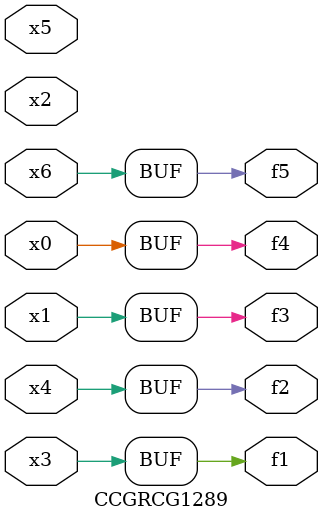
<source format=v>
module CCGRCG1289(
	input x0, x1, x2, x3, x4, x5, x6,
	output f1, f2, f3, f4, f5
);
	assign f1 = x3;
	assign f2 = x4;
	assign f3 = x1;
	assign f4 = x0;
	assign f5 = x6;
endmodule

</source>
